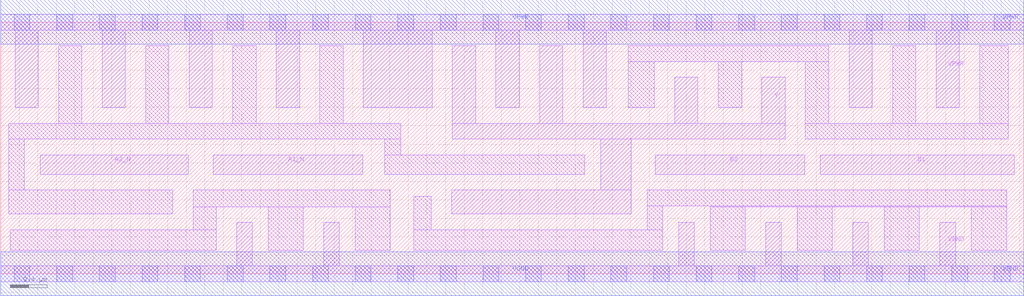
<source format=lef>
# Copyright 2020 The SkyWater PDK Authors
#
# Licensed under the Apache License, Version 2.0 (the "License");
# you may not use this file except in compliance with the License.
# You may obtain a copy of the License at
#
#     https://www.apache.org/licenses/LICENSE-2.0
#
# Unless required by applicable law or agreed to in writing, software
# distributed under the License is distributed on an "AS IS" BASIS,
# WITHOUT WARRANTIES OR CONDITIONS OF ANY KIND, either express or implied.
# See the License for the specific language governing permissions and
# limitations under the License.
#
# SPDX-License-Identifier: Apache-2.0

VERSION 5.7 ;
  NAMESCASESENSITIVE ON ;
  NOWIREEXTENSIONATPIN ON ;
  DIVIDERCHAR "/" ;
  BUSBITCHARS "[]" ;
UNITS
  DATABASE MICRONS 200 ;
END UNITS
PROPERTYDEFINITIONS
  MACRO maskLayoutSubType STRING ;
  MACRO prCellType STRING ;
  MACRO originalViewName STRING ;
END PROPERTYDEFINITIONS
MACRO sky130_fd_sc_hdll__o2bb2ai_4
  CLASS CORE ;
  FOREIGN sky130_fd_sc_hdll__o2bb2ai_4 ;
  ORIGIN  0.000000  0.000000 ;
  SIZE  11.04000 BY  2.720000 ;
  SYMMETRY X Y R90 ;
  SITE unithd ;
  PIN A1_N
    ANTENNAGATEAREA  1.110000 ;
    DIRECTION INPUT ;
    USE SIGNAL ;
    PORT
      LAYER li1 ;
        RECT 2.295000 1.075000 3.905000 1.285000 ;
    END
  END A1_N
  PIN A2_N
    ANTENNAGATEAREA  1.110000 ;
    DIRECTION INPUT ;
    USE SIGNAL ;
    PORT
      LAYER li1 ;
        RECT 0.425000 1.075000 2.025000 1.285000 ;
    END
  END A2_N
  PIN B1
    ANTENNAGATEAREA  1.110000 ;
    DIRECTION INPUT ;
    USE SIGNAL ;
    PORT
      LAYER li1 ;
        RECT 8.845000 1.075000 10.940000 1.285000 ;
    END
  END B1
  PIN B2
    ANTENNAGATEAREA  1.110000 ;
    DIRECTION INPUT ;
    USE SIGNAL ;
    PORT
      LAYER li1 ;
        RECT 7.065000 1.075000 8.675000 1.285000 ;
    END
  END B2
  PIN Y
    ANTENNADIFFAREA  1.608500 ;
    DIRECTION OUTPUT ;
    USE SIGNAL ;
    PORT
      LAYER li1 ;
        RECT 4.865000 0.645000 6.805000 0.905000 ;
        RECT 4.875000 1.455000 8.465000 1.625000 ;
        RECT 4.875000 1.625000 5.125000 2.465000 ;
        RECT 5.815000 1.625000 6.065000 2.465000 ;
        RECT 6.475000 0.905000 6.805000 1.455000 ;
        RECT 7.275000 1.625000 7.525000 2.125000 ;
        RECT 8.215000 1.625000 8.465000 2.125000 ;
    END
  END Y
  PIN VGND
    DIRECTION INOUT ;
    USE GROUND ;
    PORT
      LAYER li1 ;
        RECT  0.000000 -0.085000 11.040000 0.085000 ;
        RECT  2.545000  0.085000  2.715000 0.555000 ;
        RECT  3.485000  0.085000  3.655000 0.555000 ;
        RECT  7.315000  0.085000  7.485000 0.555000 ;
        RECT  8.255000  0.085000  8.425000 0.555000 ;
        RECT  9.195000  0.085000  9.365000 0.555000 ;
        RECT 10.135000  0.085000 10.305000 0.555000 ;
      LAYER mcon ;
        RECT  0.145000 -0.085000  0.315000 0.085000 ;
        RECT  0.605000 -0.085000  0.775000 0.085000 ;
        RECT  1.065000 -0.085000  1.235000 0.085000 ;
        RECT  1.525000 -0.085000  1.695000 0.085000 ;
        RECT  1.985000 -0.085000  2.155000 0.085000 ;
        RECT  2.445000 -0.085000  2.615000 0.085000 ;
        RECT  2.905000 -0.085000  3.075000 0.085000 ;
        RECT  3.365000 -0.085000  3.535000 0.085000 ;
        RECT  3.825000 -0.085000  3.995000 0.085000 ;
        RECT  4.285000 -0.085000  4.455000 0.085000 ;
        RECT  4.745000 -0.085000  4.915000 0.085000 ;
        RECT  5.205000 -0.085000  5.375000 0.085000 ;
        RECT  5.665000 -0.085000  5.835000 0.085000 ;
        RECT  6.125000 -0.085000  6.295000 0.085000 ;
        RECT  6.585000 -0.085000  6.755000 0.085000 ;
        RECT  7.045000 -0.085000  7.215000 0.085000 ;
        RECT  7.505000 -0.085000  7.675000 0.085000 ;
        RECT  7.965000 -0.085000  8.135000 0.085000 ;
        RECT  8.425000 -0.085000  8.595000 0.085000 ;
        RECT  8.885000 -0.085000  9.055000 0.085000 ;
        RECT  9.345000 -0.085000  9.515000 0.085000 ;
        RECT  9.805000 -0.085000  9.975000 0.085000 ;
        RECT 10.265000 -0.085000 10.435000 0.085000 ;
        RECT 10.725000 -0.085000 10.895000 0.085000 ;
      LAYER met1 ;
        RECT 0.000000 -0.240000 11.040000 0.240000 ;
    END
  END VGND
  PIN VPWR
    DIRECTION INOUT ;
    USE POWER ;
    PORT
      LAYER li1 ;
        RECT  0.000000 2.635000 11.040000 2.805000 ;
        RECT  0.155000 1.795000  0.405000 2.635000 ;
        RECT  1.095000 1.795000  1.345000 2.635000 ;
        RECT  2.035000 1.795000  2.285000 2.635000 ;
        RECT  2.975000 1.795000  3.225000 2.635000 ;
        RECT  3.915000 1.795000  4.655000 2.635000 ;
        RECT  5.345000 1.795000  5.595000 2.635000 ;
        RECT  6.285000 1.795000  6.535000 2.635000 ;
        RECT  9.155000 1.795000  9.405000 2.635000 ;
        RECT 10.095000 1.795000 10.345000 2.635000 ;
      LAYER mcon ;
        RECT  0.145000 2.635000  0.315000 2.805000 ;
        RECT  0.605000 2.635000  0.775000 2.805000 ;
        RECT  1.065000 2.635000  1.235000 2.805000 ;
        RECT  1.525000 2.635000  1.695000 2.805000 ;
        RECT  1.985000 2.635000  2.155000 2.805000 ;
        RECT  2.445000 2.635000  2.615000 2.805000 ;
        RECT  2.905000 2.635000  3.075000 2.805000 ;
        RECT  3.365000 2.635000  3.535000 2.805000 ;
        RECT  3.825000 2.635000  3.995000 2.805000 ;
        RECT  4.285000 2.635000  4.455000 2.805000 ;
        RECT  4.745000 2.635000  4.915000 2.805000 ;
        RECT  5.205000 2.635000  5.375000 2.805000 ;
        RECT  5.665000 2.635000  5.835000 2.805000 ;
        RECT  6.125000 2.635000  6.295000 2.805000 ;
        RECT  6.585000 2.635000  6.755000 2.805000 ;
        RECT  7.045000 2.635000  7.215000 2.805000 ;
        RECT  7.505000 2.635000  7.675000 2.805000 ;
        RECT  7.965000 2.635000  8.135000 2.805000 ;
        RECT  8.425000 2.635000  8.595000 2.805000 ;
        RECT  8.885000 2.635000  9.055000 2.805000 ;
        RECT  9.345000 2.635000  9.515000 2.805000 ;
        RECT  9.805000 2.635000  9.975000 2.805000 ;
        RECT 10.265000 2.635000 10.435000 2.805000 ;
        RECT 10.725000 2.635000 10.895000 2.805000 ;
      LAYER met1 ;
        RECT 0.000000 2.480000 11.040000 2.960000 ;
    END
  END VPWR
  OBS
    LAYER li1 ;
      RECT  0.085000 0.645000  1.855000 0.905000 ;
      RECT  0.085000 0.905000  0.255000 1.455000 ;
      RECT  0.085000 1.455000  4.315000 1.625000 ;
      RECT  0.100000 0.255000  2.325000 0.475000 ;
      RECT  0.625000 1.625000  0.875000 2.465000 ;
      RECT  1.565000 1.625000  1.815000 2.465000 ;
      RECT  2.075000 0.475000  2.325000 0.725000 ;
      RECT  2.075000 0.725000  4.205000 0.905000 ;
      RECT  2.505000 1.625000  2.755000 2.465000 ;
      RECT  2.885000 0.255000  3.265000 0.725000 ;
      RECT  3.445000 1.625000  3.695000 2.465000 ;
      RECT  3.825000 0.255000  4.205000 0.725000 ;
      RECT  4.145000 1.075000  6.305000 1.285000 ;
      RECT  4.145000 1.285000  4.315000 1.455000 ;
      RECT  4.460000 0.255000  7.145000 0.475000 ;
      RECT  4.460000 0.475000  4.645000 0.835000 ;
      RECT  6.775000 1.795000  7.055000 2.295000 ;
      RECT  6.775000 2.295000  8.935000 2.465000 ;
      RECT  6.975000 0.475000  7.145000 0.735000 ;
      RECT  6.975000 0.735000 10.855000 0.905000 ;
      RECT  7.655000 0.255000  8.035000 0.725000 ;
      RECT  7.655000 0.725000 10.855000 0.735000 ;
      RECT  7.745000 1.795000  7.995000 2.295000 ;
      RECT  8.595000 0.255000  8.975000 0.725000 ;
      RECT  8.685000 1.455000 10.875000 1.625000 ;
      RECT  8.685000 1.625000  8.935000 2.295000 ;
      RECT  9.535000 0.255000  9.915000 0.725000 ;
      RECT  9.625000 1.625000  9.875000 2.465000 ;
      RECT 10.475000 0.255000 10.855000 0.725000 ;
      RECT 10.565000 1.625000 10.875000 2.465000 ;
  END
  PROPERTY maskLayoutSubType "abstract" ;
  PROPERTY prCellType "standard" ;
  PROPERTY originalViewName "layout" ;
END sky130_fd_sc_hdll__o2bb2ai_4

</source>
